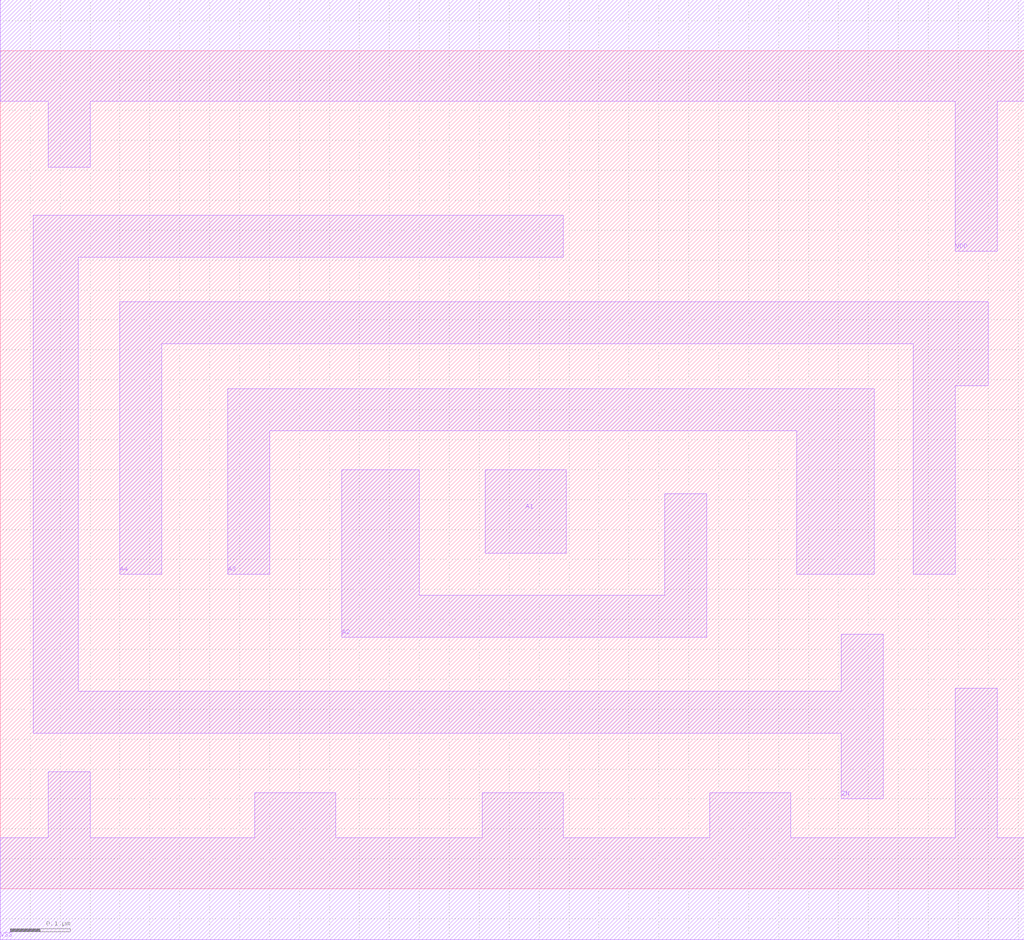
<source format=lef>
# 
# ******************************************************************************
# *                                                                            *
# *                   Copyright (C) 2004-2010, Nangate Inc.                    *
# *                           All rights reserved.                             *
# *                                                                            *
# * Nangate and the Nangate logo are trademarks of Nangate Inc.                *
# *                                                                            *
# * All trademarks, logos, software marks, and trade names (collectively the   *
# * "Marks") in this program are proprietary to Nangate or other respective    *
# * owners that have granted Nangate the right and license to use such Marks.  *
# * You are not permitted to use the Marks without the prior written consent   *
# * of Nangate or such third party that may own the Marks.                     *
# *                                                                            *
# * This file has been provided pursuant to a License Agreement containing     *
# * restrictions on its use. This file contains valuable trade secrets and     *
# * proprietary information of Nangate Inc., and is protected by U.S. and      *
# * international laws and/or treaties.                                        *
# *                                                                            *
# * The copyright notice(s) in this file does not indicate actual or intended  *
# * publication of this file.                                                  *
# *                                                                            *
# *     NGLibraryCreator, v2010.08-HR32-SP3-2010-08-05 - build 1009061800      *
# *                                                                            *
# ******************************************************************************
# 
# 
# Running on brazil06.nangate.com.br for user Giancarlo Franciscatto (gfr).
# Local time is now Fri, 3 Dec 2010, 19:32:18.
# Main process id is 27821.

VERSION 5.6 ;
BUSBITCHARS "[]" ;
DIVIDERCHAR "/" ;

MACRO NOR4_X2
  CLASS core ;
  FOREIGN NOR4_X2 0.0 0.0 ;
  ORIGIN 0 0 ;
  SYMMETRY X Y ;
  SITE FreePDK45_38x28_10R_NP_162NW_34O ;
  SIZE 1.71 BY 1.4 ;
  PIN A1
    DIRECTION INPUT ;
    ANTENNAPARTIALMETALAREA 0.0189 LAYER metal1 ;
    ANTENNAPARTIALMETALSIDEAREA 0.0715 LAYER metal1 ;
    ANTENNAGATEAREA 0.1045 ;
    PORT
      LAYER metal1 ;
        POLYGON 0.81 0.56 0.945 0.56 0.945 0.7 0.81 0.7  ;
    END
  END A1
  PIN A2
    DIRECTION INPUT ;
    ANTENNAPARTIALMETALAREA 0.0819 LAYER metal1 ;
    ANTENNAPARTIALMETALSIDEAREA 0.2756 LAYER metal1 ;
    ANTENNAGATEAREA 0.1045 ;
    PORT
      LAYER metal1 ;
        POLYGON 0.57 0.42 1.18 0.42 1.18 0.66 1.11 0.66 1.11 0.49 0.7 0.49 0.7 0.7 0.57 0.7  ;
    END
  END A2
  PIN A3
    DIRECTION INPUT ;
    ANTENNAPARTIALMETALAREA 0.1236 LAYER metal1 ;
    ANTENNAPARTIALMETALSIDEAREA 0.4238 LAYER metal1 ;
    ANTENNAGATEAREA 0.1045 ;
    PORT
      LAYER metal1 ;
        POLYGON 0.38 0.525 0.45 0.525 0.45 0.765 1.33 0.765 1.33 0.525 1.46 0.525 1.46 0.835 0.38 0.835  ;
    END
  END A3
  PIN A4
    DIRECTION INPUT ;
    ANTENNAPARTIALMETALAREA 0.15925 LAYER metal1 ;
    ANTENNAPARTIALMETALSIDEAREA 0.5954 LAYER metal1 ;
    ANTENNAGATEAREA 0.1045 ;
    PORT
      LAYER metal1 ;
        POLYGON 0.2 0.525 0.27 0.525 0.27 0.91 1.525 0.91 1.525 0.525 1.595 0.525 1.595 0.84 1.65 0.84 1.65 0.98 0.2 0.98  ;
    END
  END A4
  PIN ZN
    DIRECTION OUTPUT ;
    ANTENNAPARTIALMETALAREA 0.230075 LAYER metal1 ;
    ANTENNAPARTIALMETALSIDEAREA 0.858 LAYER metal1 ;
    ANTENNADIFFAREA 0.3206 ;
    PORT
      LAYER metal1 ;
        POLYGON 0.055 0.26 1.405 0.26 1.405 0.15 1.475 0.15 1.475 0.425 1.405 0.425 1.405 0.33 0.13 0.33 0.13 1.055 0.94 1.055 0.94 1.125 0.055 1.125  ;
    END
  END ZN
  PIN VDD
    DIRECTION INOUT ;
    USE power ;
    SHAPE ABUTMENT ;
    PORT
      LAYER metal1 ;
        POLYGON 0 1.315 0.08 1.315 0.08 1.205 0.15 1.205 0.15 1.315 1.595 1.315 1.595 1.065 1.665 1.065 1.665 1.315 1.71 1.315 1.71 1.485 0 1.485  ;
    END
  END VDD
  PIN VSS
    DIRECTION INOUT ;
    USE ground ;
    SHAPE ABUTMENT ;
    PORT
      LAYER metal1 ;
        POLYGON 0 -0.085 1.71 -0.085 1.71 0.085 1.665 0.085 1.665 0.335 1.595 0.335 1.595 0.085 1.32 0.085 1.32 0.16 1.185 0.16 1.185 0.085 0.94 0.085 0.94 0.16 0.805 0.16 0.805 0.085 0.56 0.085 0.56 0.16 0.425 0.16 0.425 0.085 0.15 0.085 0.15 0.195 0.08 0.195 0.08 0.085 0 0.085  ;
    END
  END VSS
END NOR4_X2

END LIBRARY
#
# End of file
#

</source>
